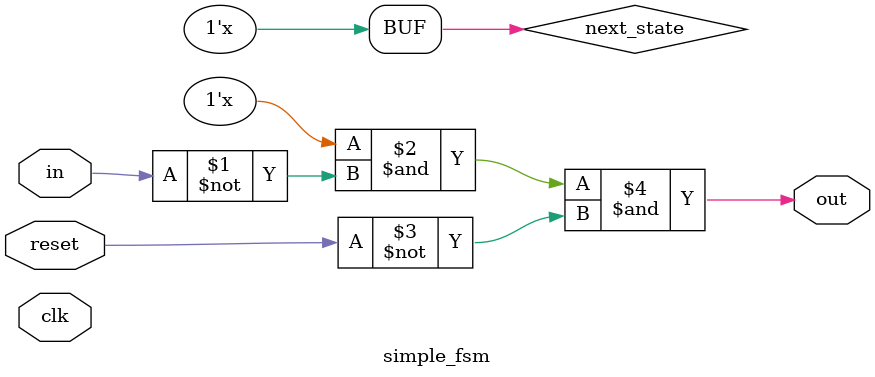
<source format=v>
module simple_fsm(clk, reset, in, out);
input clk;
input reset;
input in;
output out;
wire out;
reg present_state, next_state;
// In state 0, if in=1, stay in state 0. In state 0, if in=0, go to state 1
// In state 1, if in=1, stay in state 1. In state 1, if in=0, go to state 0
// out=1 in state 0 and out=0 in state 1
assign out = present_state[1] & ~in & ~reset;

// Red always block - compue state to next state
always @(posedge clk or posedge reset) begin
if(reset) 
present_state <= "0";
else 
present_state <= next_state;
end

// Green always block - next state from other 7segment lights
always @(present_state) begin
case(present_state)
"0": if(in) next_state = "1";
	else next_state = "0";

"1": if(in) next_state = "0";
	else next_state = "1";
endcase
end
endmodule

</source>
